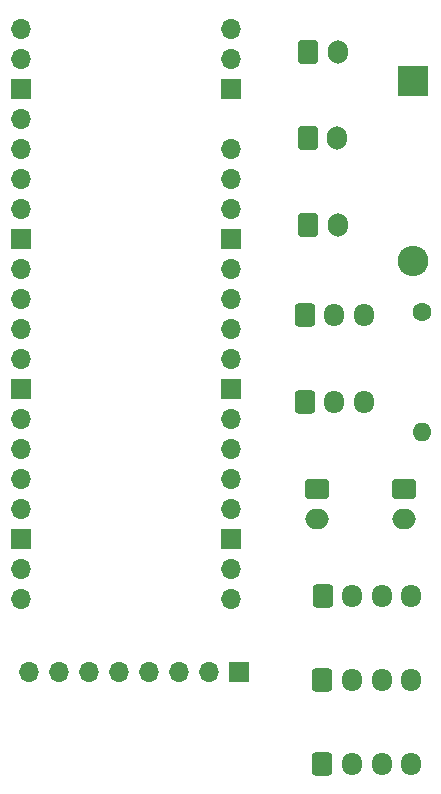
<source format=gbr>
%TF.GenerationSoftware,KiCad,Pcbnew,7.0.2*%
%TF.CreationDate,2023-09-09T23:31:49+02:00*%
%TF.ProjectId,Husvagn,48757376-6167-46e2-9e6b-696361645f70,rev?*%
%TF.SameCoordinates,Original*%
%TF.FileFunction,Soldermask,Bot*%
%TF.FilePolarity,Negative*%
%FSLAX46Y46*%
G04 Gerber Fmt 4.6, Leading zero omitted, Abs format (unit mm)*
G04 Created by KiCad (PCBNEW 7.0.2) date 2023-09-09 23:31:49*
%MOMM*%
%LPD*%
G01*
G04 APERTURE LIST*
G04 Aperture macros list*
%AMRoundRect*
0 Rectangle with rounded corners*
0 $1 Rounding radius*
0 $2 $3 $4 $5 $6 $7 $8 $9 X,Y pos of 4 corners*
0 Add a 4 corners polygon primitive as box body*
4,1,4,$2,$3,$4,$5,$6,$7,$8,$9,$2,$3,0*
0 Add four circle primitives for the rounded corners*
1,1,$1+$1,$2,$3*
1,1,$1+$1,$4,$5*
1,1,$1+$1,$6,$7*
1,1,$1+$1,$8,$9*
0 Add four rect primitives between the rounded corners*
20,1,$1+$1,$2,$3,$4,$5,0*
20,1,$1+$1,$4,$5,$6,$7,0*
20,1,$1+$1,$6,$7,$8,$9,0*
20,1,$1+$1,$8,$9,$2,$3,0*%
G04 Aperture macros list end*
%ADD10RoundRect,0.250000X-0.600000X-0.725000X0.600000X-0.725000X0.600000X0.725000X-0.600000X0.725000X0*%
%ADD11O,1.700000X1.950000*%
%ADD12RoundRect,0.250000X-0.750000X0.600000X-0.750000X-0.600000X0.750000X-0.600000X0.750000X0.600000X0*%
%ADD13O,2.000000X1.700000*%
%ADD14O,1.700000X1.700000*%
%ADD15R,1.700000X1.700000*%
%ADD16R,2.600000X2.600000*%
%ADD17O,2.600000X2.600000*%
%ADD18RoundRect,0.250000X-0.600000X-0.750000X0.600000X-0.750000X0.600000X0.750000X-0.600000X0.750000X0*%
%ADD19O,1.700000X2.000000*%
%ADD20C,1.600000*%
%ADD21O,1.600000X1.600000*%
G04 APERTURE END LIST*
D10*
%TO.C,Screen3*%
X161156000Y-129413000D03*
D11*
X163656000Y-129413000D03*
X166156000Y-129413000D03*
X168656000Y-129413000D03*
%TD*%
D10*
%TO.C,Screen2*%
X161156000Y-122301000D03*
D11*
X163656000Y-122301000D03*
X166156000Y-122301000D03*
X168656000Y-122301000D03*
%TD*%
D10*
%TO.C,J3*%
X159639000Y-98806000D03*
D11*
X162139000Y-98806000D03*
X164639000Y-98806000D03*
%TD*%
D12*
%TO.C,ScreenSW3*%
X168038000Y-106192000D03*
D13*
X168038000Y-108692000D03*
%TD*%
D14*
%TO.C,U1*%
X135594000Y-67233000D03*
X135594000Y-69773000D03*
D15*
X135594000Y-72313000D03*
D14*
X135594000Y-74853000D03*
X135594000Y-77393000D03*
X135594000Y-79933000D03*
X135594000Y-82473000D03*
D15*
X135594000Y-85013000D03*
D14*
X135594000Y-87553000D03*
X135594000Y-90093000D03*
X135594000Y-92633000D03*
X135594000Y-95173000D03*
D15*
X135594000Y-97713000D03*
D14*
X135594000Y-100253000D03*
X135594000Y-102793000D03*
X135594000Y-105333000D03*
X135594000Y-107873000D03*
D15*
X135594000Y-110413000D03*
D14*
X135594000Y-112953000D03*
X135594000Y-115493000D03*
X153374000Y-115493000D03*
X153374000Y-112953000D03*
D15*
X153374000Y-110413000D03*
D14*
X153374000Y-107873000D03*
X153374000Y-105333000D03*
X153374000Y-102793000D03*
X153374000Y-100253000D03*
D15*
X153374000Y-97713000D03*
D14*
X153374000Y-95173000D03*
X153374000Y-92633000D03*
X153374000Y-90093000D03*
X153374000Y-87553000D03*
D15*
X153374000Y-85013000D03*
D14*
X153374000Y-82473000D03*
X153374000Y-79933000D03*
X153374000Y-77393000D03*
D15*
X153374000Y-72313000D03*
D14*
X153374000Y-69773000D03*
X153374000Y-67233000D03*
%TD*%
D10*
%TO.C,J1*%
X159639000Y-91440000D03*
D11*
X162139000Y-91440000D03*
X164639000Y-91440000D03*
%TD*%
D16*
%TO.C,D1*%
X168783000Y-71628000D03*
D17*
X168783000Y-86868000D03*
%TD*%
D11*
%TO.C,Screen1*%
X168663000Y-115189000D03*
X166163000Y-115189000D03*
X163663000Y-115189000D03*
D10*
X161163000Y-115189000D03*
%TD*%
D18*
%TO.C,ScreenSW1*%
X159933000Y-83820000D03*
D19*
X162433000Y-83820000D03*
%TD*%
D18*
%TO.C,Power1*%
X159893000Y-76454000D03*
D19*
X162393000Y-76454000D03*
%TD*%
D12*
%TO.C,ScreenSW2*%
X160672000Y-106192000D03*
D13*
X160672000Y-108692000D03*
%TD*%
D15*
%TO.C,MPU6050*%
X154051000Y-121666000D03*
D14*
X151511000Y-121666000D03*
X148971000Y-121666000D03*
X146431000Y-121666000D03*
X143891000Y-121666000D03*
X141351000Y-121666000D03*
X138811000Y-121666000D03*
X136271000Y-121666000D03*
%TD*%
D18*
%TO.C,Switch1*%
X159939000Y-69188000D03*
D19*
X162439000Y-69188000D03*
%TD*%
D20*
%TO.C,R1*%
X169545000Y-91186000D03*
D21*
X169545000Y-101346000D03*
%TD*%
M02*

</source>
